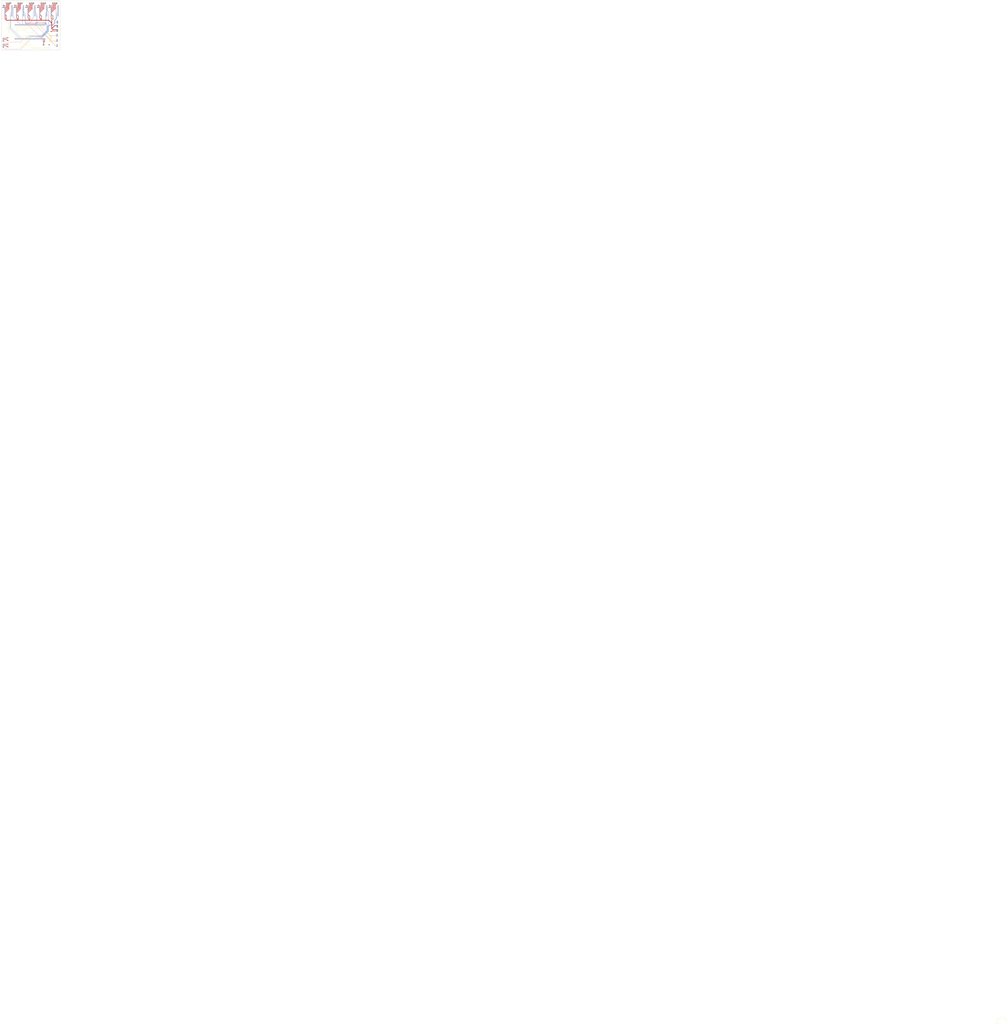
<source format=kicad_pcb>
(kicad_pcb (version 20241229) (generator "pcbnew") (generator_version "9.0")
  (layers (0 "F.Cu" signal) (4 "In1.Cu" signal) (6 "In2.Cu" signal) (2 "B.Cu" signal) (13 "F.Paste" user) (15 "B.Paste" user) (5 "F.SilkS" user "F.Silkscreen") (7 "B.SilkS" user "B.Silkscreen") (1 "F.Mask" user) (3 "B.Mask" user) (25 "Edge.Cuts" user))
  (net 0 "")
  (net 1 "Net-(A1-2B)")
  (net 2 "A1 STEP")
  (net 3 "Net-(A1-1A)")
  (net 4 "A1 MS3")
  (net 5 "+12V")
  (net 6 "A1 MS2")
  (net 7 "Net-(A1-~{RESET})")
  (net 8 "Net-(A1-2A)")
  (net 9 "A1 MS1")
  (net 10 "A1 DIR")
  (net 11 "Net-(A1-1B)")
  (net 12 "+5V")
  (net 13 "A2 STEP")
  (net 14 "G MS2")
  (net 15 "Net-(A2-1A)")
  (net 16 "Net-(A2-~{RESET})")
  (net 17 "A2 DIR")
  (net 18 "G MS3")
  (net 19 "Net-(A2-2A)")
  (net 20 "Net-(A2-1B)")
  (net 21 "Net-(A2-2B)")
  (net 22 "G MS1")
  (net 23 "A3 STEP")
  (net 24 "A3 DIR")
  (net 25 "Net-(A3-~{RESET})")
  (net 26 "A5 MS3")
  (net 27 "Net-(A3-1B)")
  (net 28 "Net-(A3-2A)")
  (net 29 "Net-(A3-1A)")
  (net 30 "Net-(A3-2B)")
  (net 31 "Net-(A4-~{RESET})")
  (net 32 "A4 STEP")
  (net 33 "Net-(A4-2A)")
  (net 34 "Net-(A4-1B)")
  (net 35 "Net-(A4-2B)")
  (net 36 "A4 DIR")
  (net 37 "Net-(A4-1A)")
  (net 38 "Net-(A5-2B)")
  (net 39 "A5 STEP")
  (net 40 "A5 MS1")
  (net 41 "Net-(A5-~{RESET})")
  (net 42 "A5 MS2")
  (net 43 "Net-(A5-1B)")
  (net 44 "Net-(A5-2A)")
  (net 45 "Net-(A5-1A)")
  (net 46 "A5 DIR")
  (net 47 "Servo 1 Signal")
  (net 48 "Servo 2 Signal")
  (net 59 "LS1 NC")
  (net 60 "LS2 NC")
  (net 61 "LS3 NC")
  (net 64 "Net-(D1-K)")
  (net 68 "GND")
  (footprint "Capacitor_THT:C_Disc_D3.0mm_W1.6mm_P2.50mm" (layer "F.Cu") (at 136.6 63.86 90)
    (property "Reference" "C5")
    (property "Value" "100nF")
  )
  (footprint "Capacitor_THT:C_Radial_D10.0mm_H16.0mm_P5.00mm" (layer "F.Cu") (at 182.75 102.75 -90)
    (property "Reference" "C13")
    (property "Value" "1000uF")
  )
  (footprint "MountingHole:MountingHole_2.2mm_M2" (layer "F.Cu") (at 177 55)
    (property "Reference" "REF**" (hide yes))
    (property "Value" "MountingHole_2.2mm_M2")
  )
  (footprint "Capacitor_THT:C_Radial_D5.0mm_H7.0mm_P2.00mm" (layer "F.Cu") (at 98.1 84.36)
    (property "Reference" "C10")
    (property "Value" "100uF")
  )
  (footprint "Connector_JST:JST_XH_B4B-XH-A_1x04_P2.50mm_Vertical" (layer "F.Cu") (at 170.9 56.1 180)
    (property "Reference" "J4")
    (property "Value" "JST XH 2.54 4Pin")
  )
  (footprint "Capacitor_THT:C_Radial_D5.0mm_H7.0mm_P2.00mm" (layer "F.Cu") (at 140.85 84.36)
    (property "Reference" "C6")
    (property "Value" "100uF")
  )
  (footprint "Connector_JST:JST_XH_B4B-XH-A_1x04_P2.50mm_Vertical" (layer "F.Cu") (at 107.8 56 180)
    (property "Reference" "J3")
    (property "Value" "JST XH 2.54 4Pin")
  )
  (footprint "Diode_THT:D_DO-41_SOD81_P10.16mm_Horizontal" (layer "F.Cu") (at 167.97 132.1)
    (property "Reference" "D1")
    (property "Value" "1N5819")
  )
  (footprint "TerminalBlock_Phoenix:TerminalBlock_Phoenix_MPT-0,5-2-2.54_1x02_P2.54mm_Horizontal" (layer "F.Cu") (at 192.96 91.86 90)
    (property "Reference" "J13")
    (property "Value" "5Vin")
  )
  (footprint "Capacitor_THT:C_Disc_D3.0mm_W1.6mm_P2.50mm" (layer "F.Cu") (at 94.85 63.86 90)
    (property "Reference" "C9")
    (property "Value" "100nF")
  )
  (footprint "TerminalBlock_Phoenix:TerminalBlock_Phoenix_MPT-0,5-2-2.54_1x02_P2.54mm_Horizontal" (layer "F.Cu") (at 192.96 99.45 90)
    (property "Reference" "J12")
    (property "Value" "12Vout")
  )
  (footprint "Module:Pololu_Breakout-16_15.2x20.3mm" (layer "F.Cu") (at 118.6 61.22)
    (property "Reference" "A2")
    (property "Value" "Breakout_A4988")
  )
  (footprint "Connector_JST:JST_XH_B2B-XH-A_1x02_P2.50mm_Vertical" (layer "F.Cu") (at 192.5 125.25 90)
    (property "Reference" "J10")
    (property "Value" "LS3")
  )
  (footprint "PCM_Espressif:ESP32-S3-DevKitC" (layer "F.Cu") (at 116.53 121.25 90)
    (property "Reference" "U1")
    (property "Value" "ESP32-S3-DevKitC")
  )
  (footprint "Capacitor_THT:C_Radial_D10.0mm_H16.0mm_P5.00mm" (layer "F.Cu") (at 102 124.25 90)
    (property "Reference" "C12")
    (property "Value" "1000uF")
  )
  (footprint "MountingHole:MountingHole_3.2mm_M3" (layer "F.Cu") (at 113 136)
    (property "Reference" "REF**" (hide yes))
    (property "Value" "MountingHole_3.2mm_M3")
  )
  (footprint "MountingHole:MountingHole_3.2mm_M3" (layer "F.Cu") (at 184 136)
    (property "Reference" "REF**" (hide yes))
    (property "Value" "MountingHole_3.2mm_M3")
  )
  (footprint "Capacitor_THT:C_Radial_D5.0mm_H7.0mm_P2.00mm" (layer "F.Cu") (at 119.85 84.36)
    (property "Reference" "C8")
    (property "Value" "100uF")
  )
  (footprint "SilkScreen Art 1" (layer "F.Cu") (at 134.412256 130.932082)
    (property "Reference" "G***" (hide yes))
    (property "Value" "LOGO" (hide yes))
  )
  (footprint "Module:Pololu_Breakout-16_15.2x20.3mm" (layer "F.Cu") (at 160.8 61.22)
    (property "Reference" "A4")
    (property "Value" "Breakout_A4988")
  )
  (footprint "Connector_JST:JST_XH_B4B-XH-A_1x04_P2.50mm_Vertical" (layer "F.Cu") (at 128.8 56 180)
    (property "Reference" "J1")
    (property "Value" "JST XH 2.54 4Pin")
  )
  (footprint "Connector_JST:JST_XH_B2B-XH-A_1x02_P2.50mm_Vertical" (layer "F.Cu") (at 192.45 115.75 90)
    (property "Reference" "J9")
    (property "Value" "LS2")
  )
  (footprint "MountingHole:MountingHole_2.2mm_M2" (layer "F.Cu") (at 114 55)
    (property "Reference" "REF**" (hide yes))
    (property "Value" "MountingHole_2.2mm_M2")
  )
  (footprint "Connector_PinHeader_2.54mm:PinHeader_1x03_P2.54mm_Vertical" (layer "F.Cu") (at 94.5 136.29 180)
    (property "Reference" "J7")
    (property "Value" "Servo 2")
  )
  (footprint "Connector_PinHeader_2.54mm:PinHeader_1x03_P2.54mm_Vertical" (layer "F.Cu") (at 94.5 125.29 180)
    (property "Reference" "J6")
    (property "Value" "Servo 1")
  )
  (footprint "Capacitor_THT:C_Disc_D3.0mm_W1.6mm_P2.50mm" (layer "F.Cu") (at 157.8 63.9 90)
    (property "Reference" "C3")
    (property "Value" "100nF")
  )
  (footprint "TerminalBlock_Phoenix:TerminalBlock_Phoenix_MPT-0,5-2-2.54_1x02_P2.54mm_Horizontal" (layer "F.Cu") (at 192.96 107.04 90)
    (property "Reference" "J11")
    (property "Value" "12Vin")
  )
  (footprint "Module:Pololu_Breakout-16_15.2x20.3mm" (layer "F.Cu") (at 97.65 61.22)
    (property "Reference" "A1")
    (property "Value" "Breakout_A4988")
  )
  (footprint "Capacitor_THT:C_Disc_D3.0mm_W1.6mm_P2.50mm" (layer "F.Cu") (at 178.75 63.86 90)
    (property "Reference" "C1")
    (property "Value" "100nF")
  )
  (footprint "Connector_JST:JST_XH_B4B-XH-A_1x04_P2.50mm_Vertical" (layer "F.Cu") (at 149.7 56 180)
    (property "Reference" "J2")
    (property "Value" "JST XH 2.54 4Pin")
  )
  (footprint "Capacitor_THT:C_Radial_D10.0mm_H16.0mm_P5.00mm" (layer "F.Cu") (at 102 135.75 90)
    (property "Reference" "C11")
    (property "Value" "1000uF")
  )
  (footprint "Connector_JST:JST_XH_B4B-XH-A_1x04_P2.50mm_Vertical" (layer "F.Cu") (at 191.9 56.1 180)
    (property "Reference" "J5")
    (property "Value" "JST XH 2.54 4Pin")
  )
  (footprint "Module:Pololu_Breakout-16_15.2x20.3mm" (layer "F.Cu") (at 181.75 61.22)
    (property "Reference" "A5")
    (property "Value" "Breakout_A4988")
  )
  (footprint "Connector_JST:JST_XH_B2B-XH-A_1x02_P2.50mm_Vertical" (layer "F.Cu") (at 192.5 134.75 90)
    (property "Reference" "J8")
    (property "Value" "LS1")
  )
  (footprint "SilkScreen Art 1" (layer "F.Cu") (at 1911.75 1907.5)
    (property "Reference" "G***" (hide yes))
    (property "Value" "LOGO" (hide yes))
  )
  (footprint "Capacitor_THT:C_Radial_D4.0mm_H7.0mm_P1.50mm" (layer "F.Cu") (at 167.9 125.9)
    (property "Reference" "C14")
    (property "Value" "47uF")
  )
  (footprint "Capacitor_THT:C_Disc_D3.0mm_W1.6mm_P2.50mm" (layer "F.Cu") (at 115.6 63.86 90)
    (property "Reference" "C7")
    (property "Value" "100nF")
  )
  (footprint "Module:Pololu_Breakout-16_15.2x20.3mm" (layer "F.Cu") (at 139.6 61.22)
    (property "Reference" "A3")
    (property "Value" "Breakout_A4988")
  )
  (footprint "SilkScreen Art Hackclub" (layer "F.Cu") (at 180.75 120.25 90)
    (property "Reference" "G***" (hide yes))
    (property "Value" "LOGO" (hide yes))
  )
  (footprint "MountingHole:MountingHole_3.2mm_M3" (layer "F.Cu") (at 98 101)
    (property "Reference" "REF**" (hide yes))
    (property "Value" "MountingHole_3.2mm_M3")
  )
  (footprint "Capacitor_THT:C_Radial_D5.0mm_H7.0mm_P2.00mm" (layer "F.Cu") (at 162.05 84.36)
    (property "Reference" "C4")
    (property "Value" "100uF")
  )
  (footprint "Capacitor_THT:C_Radial_D5.0mm_H7.0mm_P2.00mm" (layer "F.Cu") (at 183 84.36)
    (property "Reference" "C2")
    (property "Value" "100uF")
  )
  (gr_line (start 198 53.61) (end 198 139.5) (stroke (width 0.5)) (layer "Edge.Cuts"))
  (gr_arc (start 196 51.61) (mid 197.414214 52.195786) (end 198 53.61) (stroke (width 0.5)) (layer "Edge.Cuts"))
  (gr_line (start 91.5 139.5) (end 91.5 53.61) (stroke (width 0.5)) (layer "Edge.Cuts"))
  (gr_arc (start 93.5 141.5) (mid 92.085786 140.914214) (end 91.5 139.5) (stroke (width 0.5)) (layer "Edge.Cuts"))
  (gr_line (start 196 141.5) (end 93.5 141.5) (stroke (width 0.5)) (layer "Edge.Cuts"))
  (gr_arc (start 91.5 53.61) (mid 92.085786 52.195786) (end 93.5 51.61) (stroke (width 0.5)) (layer "Edge.Cuts"))
  (gr_line (start 93.5 51.61) (end 196 51.61) (stroke (width 0.5)) (layer "Edge.Cuts"))
  (gr_arc (start 198 139.5) (mid 197.414214 140.914214) (end 196 141.5) (stroke (width 0.5)) (layer "Edge.Cuts"))
  (gr_text "IF YOU ARE READING THIS\nYOU HAVE VOIDED YOUR\nWARRANTY" (at 102 101 270) (layer "F.SilkS") (effects (font (size 1 1) (thickness 0.2) (bold yes)) (justify bottom)))
  (gr_text "David Constantine 1/20/2026" (at 144 139 0) (layer "F.SilkS") (effects (font (size 1.8 1.5) (thickness 0.3) (bold yes)) (justify left bottom)))
  (gr_text "RA MK1" (at 131.662256 133.682082 0) (layer "F.SilkS") (effects (font (size 1.5 1.5) (thickness 0.3) (bold yes)) (justify left bottom)))
  (segment (start 97.65 73.92) (end 104.75 66.82) (width 0.8) (layer "F.Cu") (net 1))
  (segment (start 107.8 56.2) (end 107.8 56) (width 0.8) (layer "F.Cu") (net 1))
  (segment (start 104.75 66.82) (end 104.75 59.25) (width 0.8) (layer "F.Cu") (net 1))
  (segment (start 104.75 59.25) (end 107.8 56.2) (width 0.8) (layer "F.Cu") (net 1))
  (segment (start 110.35 63.76) (end 112.25 65.66) (width 0.2) (layer "B.Cu") (net 2))
  (segment (start 112.25 65.66) (end 112.25 82.25) (width 0.2) (layer "B.Cu") (net 2))
  (segment (start 112.25 82.25) (end 124.13 94.13) (width 0.2) (layer "B.Cu") (net 2))
  (segment (start 124.13 94.13) (end 124.13 96.25) (width 0.2) (layer "B.Cu") (net 2))
  (segment (start 97.65 68.84) (end 101.75 64.74) (width 0.8) (layer "F.Cu") (net 3))
  (segment (start 101.75 64.74) (end 101.75 58.25) (width 0.8) (layer "F.Cu") (net 3))
  (segment (start 101.75 58.25) (end 102.8 57.2) (width 0.8) (layer "F.Cu") (net 3))
  (segment (start 102.8 57.2) (end 102.8 56) (width 0.8) (layer "F.Cu") (net 3))
  (segment (start 107.25 104.35) (end 107.25 74.48) (width 0.2) (layer "B.Cu") (net 4))
  (segment (start 124.15 121.25) (end 107.25 104.35) (width 0.2) (layer "B.Cu") (net 4))
  (segment (start 107.25 74.48) (end 110.35 71.38) (width 0.2) (layer "B.Cu") (net 4))
  (segment (start 182.75 84.61) (end 183 84.36) (width 0.8) (layer "F.Cu") (net 5))
  (segment (start 140.85 84.36) (end 140.85 85.740628) (width 0.8) (layer "F.Cu") (net 5))
  (segment (start 182.75 88.75) (end 182.75 84.61) (width 0.8) (layer "F.Cu") (net 5))
  (segment (start 139.6 83.11) (end 140.85 84.36) (width 0.8) (layer "F.Cu") (net 5))
  (segment (start 162.05 85.765628) (end 163.784372 87.5) (width 0.8) (layer "F.Cu") (net 5))
  (segment (start 118.6 83.11) (end 119.85 84.36) (width 0.8) (layer "F.Cu") (net 5))
  (segment (start 119.85 85.715628) (end 121.634372 87.5) (width 0.8) (layer "F.Cu") (net 5))
  (segment (start 98.1 84.36) (end 98.1 85.615628) (width 0.8) (layer "F.Cu") (net 5))
  (segment (start 121.634372 87.5) (end 142.609372 87.5) (width 1.2) (layer "F.Cu") (net 5))
  (segment (start 181.75 79) (end 181.75 83.11) (width 0.8) (layer "F.Cu") (net 5))
  (segment (start 163.784372 87.5) (end 177.5 87.5) (width 1.2) (layer "F.Cu") (net 5))
  (segment (start 139.6 79) (end 139.6 83.11) (width 0.8) (layer "F.Cu") (net 5))
  (segment (start 182.75 102.75) (end 188.59 96.91) (width 1.2) (layer "F.Cu") (net 5))
  (segment (start 192.96 104.5) (end 184.5 104.5) (width 1.2) (layer "F.Cu") (net 5))
  (segment (start 162.05 84.36) (end 162.05 85.765628) (width 0.8) (layer "F.Cu") (net 5))
  (segment (start 184.5 104.5) (end 182.75 102.75) (width 1.2) (layer "F.Cu") (net 5))
  (segment (start 99.984372 87.5) (end 121.634372 87.5) (width 1.2) (layer "F.Cu") (net 5))
  (segment (start 119.85 84.36) (end 119.85 85.715628) (width 0.8) (layer "F.Cu") (net 5))
  (segment (start 97.65 83.91) (end 98.1 84.36) (width 0.8) (layer "F.Cu") (net 5))
  (segment (start 98.1 85.615628) (end 99.984372 87.5) (width 0.8) (layer "F.Cu") (net 5))
  (segment (start 97.65 79) (end 97.65 83.91) (width 0.8) (layer "F.Cu") (net 5))
  (segment (start 188.59 96.91) (end 192.96 96.91) (width 1.2) (layer "F.Cu") (net 5))
  (segment (start 182.75 102.75) (end 182.75 88.75) (width 1.2) (layer "F.Cu") (net 5))
  (segment (start 160.8 83.11) (end 162.05 84.36) (width 0.8) (layer "F.Cu") (net 5))
  (segment (start 140.85 85.740628) (end 142.609372 87.5) (width 0.8) (layer "F.Cu") (net 5))
  (segment (start 177.5 87.5) (end 182.75 92.75) (width 1.2) (layer "F.Cu") (net 5))
  (segment (start 160.8 79) (end 160.8 83.11) (width 0.8) (layer "F.Cu") (net 5))
  (segment (start 142.609372 87.5) (end 163.784372 87.5) (width 1.2) (layer "F.Cu") (net 5))
  (segment (start 181.75 83.11) (end 183 84.36) (width 0.8) (layer "F.Cu") (net 5))
  (segment (start 118.6 79) (end 118.6 83.11) (width 0.8) (layer "F.Cu") (net 5))
  (segment (start 107.75 76.52) (end 110.35 73.92) (width 0.2) (layer "B.Cu") (net 6))
  (segment (start 126.69 121.25) (end 107.75 102.31) (width 0.2) (layer "B.Cu") (net 6))
  (segment (start 107.75 102.31) (end 107.75 76.52) (width 0.2) (layer "B.Cu") (net 6))
  (segment (start 110.35 66.3) (end 110.35 68.84) (width 0.2) (layer "B.Cu") (net 7))
  (segment (start 103.25 65.78) (end 103.25 59) (width 0.8) (layer "F.Cu") (net 8))
  (segment (start 105.3 56.95) (end 105.3 56) (width 0.8) (layer "F.Cu") (net 8))
  (segment (start 97.65 71.38) (end 103.25 65.78) (width 0.8) (layer "F.Cu") (net 8))
  (segment (start 103.25 59) (end 105.3 56.95) (width 0.8) (layer "F.Cu") (net 8))
  (segment (start 108.25 78.56) (end 110.35 76.46) (width 0.2) (layer "B.Cu") (net 9))
  (segment (start 129.23 121.25) (end 108.25 100.27) (width 0.2) (layer "B.Cu") (net 9))
  (segment (start 108.25 100.27) (end 108.25 78.56) (width 0.2) (layer "B.Cu") (net 9))
  (segment (start 112.25 63.12) (end 112.25 64.25) (width 0.2) (layer "B.Cu") (net 10))
  (segment (start 112.25 64.25) (end 113.25 65.25) (width 0.2) (layer "B.Cu") (net 10))
  (segment (start 110.35 61.22) (end 112.25 63.12) (width 0.2) (layer "B.Cu") (net 10))
  (segment (start 113.25 65.25) (end 113.25 81.75) (width 0.2) (layer "B.Cu") (net 10))
  (segment (start 113.25 81.75) (end 126.67 95.17) (width 0.2) (layer "B.Cu") (net 10))
  (segment (start 126.67 95.17) (end 126.67 96.25) (width 0.2) (layer "B.Cu") (net 10))
  (segment (start 100.3 63.65) (end 100.3 56) (width 0.8) (layer "F.Cu") (net 11))
  (segment (start 97.65 66.3) (end 100.3 63.65) (width 0.8) (layer "F.Cu") (net 11))
  (segment (start 136.7 63.76) (end 136.6 63.86) (width 0.8) (layer "F.Cu") (net 12))
  (segment (start 94.5 122.75) (end 100.75 122.75) (width 0.8) (layer "F.Cu") (net 12))
  (segment (start 136.6 63.86) (end 134.52 63.86) (width 0.8) (layer "F.Cu") (net 12))
  (segment (start 94.85 63.86) (end 93.16 63.86) (width 0.8) (layer "F.Cu") (net 12))
  (segment (start 139.6 63.76) (end 136.7 63.76) (width 0.8) (layer "F.Cu") (net 12))
  (segment (start 94.5 133.75) (end 99.75 133.75) (width 0.8) (layer "F.Cu") (net 12))
  (segment (start 99.75 133.75) (end 101.75 135.75) (width 0.8) (layer "F.Cu") (net 12))
  (segment (start 157.94 63.76) (end 157.8 63.9) (width 0.8) (layer "F.Cu") (net 12))
  (segment (start 115.7 63.76) (end 115.6 63.86) (width 0.8) (layer "F.Cu") (net 12))
  (segment (start 93.16 63.86) (end 93.15 63.85) (width 0.8) (layer "F.Cu") (net 12))
  (segment (start 181.75 63.76) (end 178.85 63.76) (width 0.8) (layer "F.Cu") (net 12))
  (segment (start 94.95 63.76) (end 94.85 63.86) (width 0.8) (layer "F.Cu") (net 12))
  (segment (start 160.8 63.76) (end 157.94 63.76) (width 0.8) (layer "F.Cu") (net 12))
  (segment (start 115.6 63.86) (end 113.54 63.86) (width 0.8) (layer "F.Cu") (net 12))
  (segment (start 100.75 122.75) (end 102 124) (width 0.8) (layer "F.Cu") (net 12))
  (segment (start 101.75 135.75) (end 102 135.75) (width 0.2) (layer "F.Cu") (net 12))
  (segment (start 102 135.75) (end 103.8 135.75) (width 0.8) (layer "F.Cu") (net 12))
  (segment (start 157.8 63.9) (end 155.83 63.9) (width 0.8) (layer "F.Cu") (net 12))
  (segment (start 97.65 63.76) (end 94.95 63.76) (width 0.8) (layer "F.Cu") (net 12))
  (segment (start 178.85 63.76) (end 178.75 63.86) (width 0.8) (layer "F.Cu") (net 12))
  (segment (start 118.6 63.76) (end 115.7 63.76) (width 0.8) (layer "F.Cu") (net 12))
  (segment (start 102 124) (end 102 124.25) (width 0.8) (layer "F.Cu") (net 12))
  (segment (start 178.75 63.86) (end 176.82 63.86) (width 0.8) (layer "F.Cu") (net 12))
  (segment (start 102 124.25) (end 103.8 124.25) (width 0.8) (layer "F.Cu") (net 12))
  (via (at 134.52 63.86) (size 0.6) (drill 0.3) (layers "F.Cu" "B.Cu") (net 12))
  (via (at 113.54 63.86) (size 0.6) (drill 0.3) (layers "F.Cu" "B.Cu") (net 12))
  (via (at 103.8 124.25) (size 0.6) (drill 0.3) (layers "F.Cu" "B.Cu") (net 12))
  (via (at 155.83 63.9) (size 0.6) (drill 0.3) (layers "F.Cu" "B.Cu") (net 12))
  (via (at 176.82 63.86) (size 0.6) (drill 0.3) (layers "F.Cu" "B.Cu") (net 12))
  (via (at 93.15 63.85) (size 0.6) (drill 0.3) (layers "F.Cu" "B.Cu") (net 12))
  (via (at 103.8 135.75) (size 0.6) (drill 0.3) (layers "F.Cu" "B.Cu") (net 12))
  (segment (start 129.75 93.73) (end 131.77 95.75) (width 0.2) (layer "B.Cu") (net 13))
  (segment (start 129.75 65.31) (end 129.75 93.73) (width 0.2) (layer "B.Cu") (net 13))
  (segment (start 131.3 63.76) (end 129.75 65.31) (width 0.2) (layer "B.Cu") (net 13))
  (segment (start 157.15147 92.5) (end 166.5 92.5) (width 0.2) (layer "F.Cu") (net 14))
  (segment (start 155.950735 91.299265) (end 157.15147 92.5) (width 0.2) (layer "F.Cu") (net 14))
  (segment (start 170.848 93.249473) (end 170.848 93.348) (width 0.2) (layer "F.Cu") (net 14))
  (segment (start 171.75 94.25) (end 172.25 94.25) (width 0.2) (layer "F.Cu") (net 14))
  (segment (start 136.199997 93.25) (end 156.40147 93.25) (width 0.2) (layer "F.Cu") (net 14))
  (segment (start 166.5 92.5) (end 167.75 91.25) (width 0.2) (layer "F.Cu") (net 14))
  (segment (start 170.848 93.348) (end 171.75 94.25) (width 0.2) (layer "F.Cu") (net 14))
  (segment (start 167.75 91.25) (end 169.25 91.25) (width 0.2) (layer "F.Cu") (net 14))
  (segment (start 135.75 92.800003) (end 136.199997 93.25) (width 0.2) (layer "F.Cu") (net 14))
  (segment (start 156.40147 93.25) (end 157.15147 92.5) (width 0.2) (layer "F.Cu") (net 14))
  (via (at 169.25 91.25) (size 0.6) (drill 0.3) (layers "F.Cu" "B.Cu") (net 14))
  (via (at 172.25 94.25) (size 0.6) (drill 0.3) (layers "F.Cu" "B.Cu") (net 14))
  (via (at 170.848 93.249473) (size 0.6) (drill 0.3) (layers "F.Cu" "B.Cu") (net 14))
  (via (at 135.75 92.800003) (size 0.6) (drill 0.3) (layers "F.Cu" "B.Cu") (net 14))
  (via (at 155.950735 91.299265) (size 0.6) (drill 0.3) (layers "F.Cu" "B.Cu") (net 14))
  (segment (start 134.349 76.969) (end 134.349 78.099) (width 0.2) (layer "B.Cu") (net 14))
  (segment (start 174.00425 96.00425) (end 174.00425 106.20895) (width 0.2) (layer "B.Cu") (net 14))
  (segment (start 134.349 78.099) (end 134.349 91.448943) (width 0.2) (layer "B.Cu") (net 14))
  (segment (start 155.599 90.94753) (end 155.950735 91.299265) (width 0.2) (layer "B.Cu") (net 14))
  (segment (start 173.5 73.92) (end 172 75.42) (width 0.2) (layer "B.Cu") (net 14))
  (segment (start 170.848 92.848) (end 170.848 93.249473) (width 0.2) (layer "B.Cu") (net 14))
  (segment (start 171.849 93.849) (end 172.25 94.25) (width 0.2) (layer "B.Cu") (net 14))
  (segment (start 135.70006 92.800003) (end 135.75 92.800003) (width 0.2) (layer "B.Cu") (net 14))
  (segment (start 155.599 77.099) (end 155.599 90.94753) (width 0.2) (layer "B.Cu") (net 14))
  (segment (start 172.25 94.25) (end 174.00425 96.00425) (width 0.2) (layer "B.Cu") (net 14))
  (segment (start 131.3 73.92) (end 134.349 76.969) (width 0.2) (layer "B.Cu") (net 14))
  (segment (start 152.3 73.92) (end 152.42 73.92) (width 0.2) (layer "B.Cu") (net 14))
  (segment (start 152.42 73.92) (end 155.599 77.099) (width 0.2) (layer "B.Cu") (net 14))
  (segment (start 172 77.3929) (end 171.849 77.5439) (width 0.2) (layer "B.Cu") (net 14))
  (segment (start 174.00425 106.20895) (end 164.1142 116.099) (width 0.2) (layer "B.Cu") (net 14))
  (segment (start 164.1142 116.099) (end 142.001 116.099) (width 0.2) (layer "B.Cu") (net 14))
  (segment (start 172 75.42) (end 172 77.3929) (width 0.2) (layer "B.Cu") (net 14))
  (segment (start 171.849 77.5439) (end 171.849 93.849) (width 0.2) (layer "B.Cu") (net 14))
  (segment (start 134.349 91.448943) (end 135.70006 92.800003) (width 0.2) (layer "B.Cu") (net 14))
  (segment (start 142.001 116.099) (end 136.85 121.25) (width 0.2) (layer "B.Cu") (net 14))
  (segment (start 169.25 91.25) (end 170.848 92.848) (width 0.2) (layer "B.Cu") (net 14))
  (segment (start 123.8 57.2) (end 122.75 58.25) (width 0.8) (layer "F.Cu") (net 15))
  (segment (start 122.75 64.69) (end 118.6 68.84) (width 0.8) (layer "F.Cu") (net 15))
  (segment (start 123.8 56) (end 123.8 57.2) (width 0.8) (layer "F.Cu") (net 15))
  (segment (start 122.75 58.25) (end 122.75 64.69) (width 0.8) (layer "F.Cu") (net 15))
  (segment (start 131.3 66.3) (end 131.3 68.84) (width 0.2) (layer "B.Cu") (net 16))
  (segment (start 129.23 63.29) (end 129.23 95.75) (width 0.2) (layer "B.Cu") (net 17))
  (segment (start 131.3 61.22) (end 129.23 63.29) (width 0.2) (layer "B.Cu") (net 17))
  (segment (start 135.75 92) (end 153.5 92) (width 0.2) (layer "F.Cu") (net 18))
  (via (at 135.75 92) (size 0.6) (drill 0.3) (layers "F.Cu" "B.Cu") (net 18))
  (via (at 153.5 92) (size 0.6) (drill 0.3) (layers "F.Cu" "B.Cu") (net 18))
  (segment (start 171.5 73.38) (end 171.5 77.3258) (width 0.2) (layer "B.Cu") (net 18))
  (segment (start 134.75 91) (end 135.75 92) (width 0.2) (layer "B.Cu") (net 18))
  (segment (start 168.75 92) (end 171.448 94.698) (width 0.2) (layer "B.Cu") (net 18))
  (segment (start 171.448 94.698) (end 173.60325 96.85325) (width 0.2) (layer "B.Cu") (net 18))
  (segment (start 171.448 77.3778) (end 171.448 94.698) (width 0.2) (layer "B.Cu") (net 18))
  (segment (start 156 90.5) (end 157.5 92) (width 0.2) (layer "B.Cu") (net 18))
  (segment (start 153.5 92) (end 157.5 92) (width 0.2) (layer "B.Cu") (net 18))
  (segment (start 134.75 90.5) (end 134.75 91) (width 0.2) (layer "B.Cu") (net 18))
  (segment (start 171.5 77.3258) (end 171.448 77.3778) (width 0.2) (layer "B.Cu") (net 18))
  (segment (start 156 75.08) (end 156 90.5) (width 0.2) (layer "B.Cu") (net 18))
  (segment (start 157.5 92) (end 168.75 92) (width 0.2) (layer "B.Cu") (net 18))
  (segment (start 163.9481 115.698) (end 139.862 115.698) (width 0.2) (layer "B.Cu") (net 18))
  (segment (start 139.862 115.698) (end 134.31 121.25) (width 0.2) (layer "B.Cu") (net 18))
  (segment (start 173.5 71.38) (end 171.5 73.38) (width 0.2) (layer "B.Cu") (net 18))
  (segment (start 173.60325 106.04285) (end 163.9481 115.698) (width 0.2) (layer "B.Cu") (net 18))
  (segment (start 152.3 71.38) (end 156 75.08) (width 0.2) (layer "B.Cu") (net 18))
  (segment (start 173.60325 96.85325) (end 173.60325 106.04285) (width 0.2) (layer "B.Cu") (net 18))
  (segment (start 131.3 71.38) (end 134.75 74.83) (width 0.2) (layer "B.Cu") (net 18))
  (segment (start 134.75 74.83) (end 134.75 90.5) (width 0.2) (layer "B.Cu") (net 18))
  (segment (start 126.3 56.95) (end 126.3 56) (width 0.8) (layer "F.Cu") (net 19))
  (segment (start 124.25 65.73) (end 124.25 59) (width 0.8) (layer "F.Cu") (net 19))
  (segment (start 118.6 71.38) (end 124.25 65.73) (width 0.8) (layer "F.Cu") (net 19))
  (segment (start 124.25 59) (end 126.3 56.95) (width 0.8) (layer "F.Cu") (net 19))
  (segment (start 121.3 63.6) (end 121.3 56) (width 0.8) (layer "F.Cu") (net 20))
  (segment (start 118.6 66.3) (end 121.3 63.6) (width 0.8) (layer "F.Cu") (net 20))
  (segment (start 125.75 66.77) (end 125.75 59.25) (width 0.8) (layer "F.Cu") (net 21))
  (segment (start 125.75 59.25) (end 128.8 56.2) (width 0.8) (layer "F.Cu") (net 21))
  (segment (start 128.8 56.2) (end 128.8 56) (width 0.8) (layer "F.Cu") (net 21))
  (segment (start 118.6 73.92) (end 125.75 66.77) (width 0.8) (layer "F.Cu") (net 21))
  (segment (start 136 94) (end 153.75 94) (width 0.2) (layer "F.Cu") (net 22))
  (segment (start 134.75 92.75) (end 136 94) (width 0.2) (layer "F.Cu") (net 22))
  (segment (start 153.75 94) (end 154.25 94) (width 0.2) (layer "F.Cu") (net 22))
  (segment (start 170.0171 93.2) (end 167.8 93.2) (width 0.2) (layer "F.Cu") (net 22))
  (segment (start 170.9671 92.25) (end 170.0171 93.2) (width 0.2) (layer "F.Cu") (net 22))
  (segment (start 171.5 92.25) (end 170.9671 92.25) (width 0.2) (layer "F.Cu") (net 22))
  (segment (start 173.25 94) (end 171.5 92.25) (width 0.2) (layer "F.Cu") (net 22))
  (segment (start 154.75 91.25) (end 154.75 92.65) (width 0.2) (layer "F.Cu") (net 22))
  (via (at 154.75 91.25) (size 0.6) (drill 0.3) (layers "F.Cu" "B.Cu") (net 22))
  (via (at 154.75 92.65) (size 0.6) (drill 0.3) (layers "F.Cu" "B.Cu") (net 22))
  (via (at 134.75 92.75) (size 0.6) (drill 0.3) (layers "F.Cu" "B.Cu") (net 22))
  (via (at 167.8 93.2) (size 0.6) (drill 0.3) (layers "F.Cu" "B.Cu") (net 22))
  (via (at 154.25 94) (size 0.6) (drill 0.3) (layers "F.Cu" "B.Cu") (net 22))
  (via (at 173.25 94) (size 0.6) (drill 0.3) (layers "F.Cu" "B.Cu") (net 22))
  (segment (start 172.25 77.71) (end 172.25 93) (width 0.2) (layer "B.Cu") (net 22))
  (segment (start 131.3 76.46) (end 133.948 79.108) (width 0.2) (layer "B.Cu") (net 22))
  (segment (start 167.8 93.2) (end 157.05 93.2) (width 0.2) (layer "B.Cu") (net 22))
  (segment (start 156.25 94) (end 155.25 94) (width 0.2) (layer "B.Cu") (net 22))
  (segment (start 133.948 79.108) (end 133.948 82) (width 0.2) (layer "B.Cu") (net 22))
  (segment (start 154.25 94) (end 155.25 94) (width 0.2) (layer "B.Cu") (net 22))
  (segment (start 161.203 116.5) (end 144.14 116.5) (width 0.2) (layer "B.Cu") (net 22))
  (segment (start 144.14 116.5) (end 139.39 121.25) (width 0.2) (layer "B.Cu") (net 22))
  (segment (start 161.25 116.547) (end 161.203 116.5) (width 0.2) (layer "B.Cu") (net 22))
  (segment (start 174.40525 95.15525) (end 174.40525 106.37505) (width 0.2) (layer "B.Cu") (net 22))
  (segment (start 154.75 91) (end 155.198 90.552) (width 0.2) (layer "B.Cu") (net 22))
  (segment (start 155.198 90.552) (end 155.198 79.358) (width 0.2) (layer "B.Cu") (net 22))
  (segment (start 133.948 82) (end 133.948 91.948) (width 0.2) (layer "B.Cu") (net 22))
  (segment (start 174.40525 106.37505) (end 164.2333 116.547) (width 0.2) (layer "B.Cu") (net 22))
  (segment (start 154.75 91.25) (end 154.75 91) (width 0.2) (layer "B.Cu") (net 22))
  (segment (start 154.75 92.65) (end 154.75 93.5) (width 0.2) (layer "B.Cu") (net 22))
  (segment (start 154.75 93.5) (end 155.25 94) (width 0.2) (layer "B.Cu") (net 22))
  (segment (start 157.05 93.2) (end 156.25 94) (width 0.2) (layer "B.Cu") (net 22))
  (segment (start 155.198 79.358) (end 152.3 76.46) (width 0.2) (layer "B.Cu") (net 22))
  (segment (start 173.5 76.46) (end 172.25 77.71) (width 0.2) (layer "B.Cu") (net 22))
  (segment (start 172.25 93) (end 174.40525 95.15525) (width 0.2) (layer "B.Cu") (net 22))
  (segment (start 164.2333 116.547) (end 161.25 116.547) (width 0.2) (layer "B.Cu") (net 22))
  (segment (start 133.948 91.948) (end 134.75 92.75) (width 0.2) (layer "B.Cu") (net 22))
  (segment (start 146.5 89) (end 143 92.5) (width 0.2) (layer "B.Cu") (net 23))
  (segment (start 140.1 92.5) (end 136.85 95.75) (width 0.2) (layer "B.Cu") (net 23))
  (segment (start 152.3 63.76) (end 149.5 66.56) (width 0.2) (layer "B.Cu") (net 23))
  (segment (start 143 92.5) (end 140.1 92.5) (width 0.2) (layer "B.Cu") (net 23))
  (segment (start 146.5 85.75) (end 146.5 89) (width 0.2) (layer "B.Cu") (net 23))
  (segment (start 149.5 66.56) (end 149.5 82.75) (width 0.2) (layer "B.Cu") (net 23))
  (segment (start 149.5 82.75) (end 146.5 85.75) (width 0.2) (layer "B.Cu") (net 23))
  (segment (start 146 85.5) (end 146 88.9329) (width 0.2) (layer "B.Cu") (net 24))
  (segment (start 149 82.5) (end 146 85.5) (width 0.2) (layer "B.Cu") (net 24))
  (segment (start 142.9329 92) (end 138.06 92) (width 0.2) (layer "B.Cu") (net 24))
  (segment (start 152.3 61.22) (end 149 64.52) (width 0.2) (layer "B.Cu") (net 24))
  (segment (start 138.06 92) (end 134.31 95.75) (width 0.2) (layer "B.Cu") (net 24))
  (segment (start 146 88.9329) (end 142.9329 92) (width 0.2) (layer "B.Cu") (net 24))
  (segment (start 149 64.52) (end 149 82.5) (width 0.2) (layer "B.Cu") (net 24))
  (segment (start 152.3 66.3) (end 152.3 68.84) (width 0.2) (layer "B.Cu") (net 25))
  (segment (start 188.198 87.1678) (end 188.198 92.6678) (width 0.2) (layer "B.Cu") (net 26))
  (segment (start 176.448 98.9178) (end 176.448 107.1678) (width 0.2) (layer "B.Cu") (net 26))
  (segment (start 194.45 71.38) (end 191.4329 74.3971) (width 0.2) (layer "B.Cu") (net 26))
  (segment (start 191.4329 74.3971) (end 191.4329 83.9329) (width 0.2) (layer "B.Cu") (net 26))
  (segment (start 164.8658 118.75) (end 162.21 118.75) (width 0.2) (layer "B.Cu") (net 26))
  (segment (start 176.448 107.1678) (end 164.8658 118.75) (width 0.2) (layer "B.Cu") (net 26))
  (segment (start 162.21 118.75) (end 159.71 121.25) (width 0.2) (layer "B.Cu") (net 26))
  (segment (start 179.1678 96.198) (end 176.448 98.9178) (width 0.2) (layer "B.Cu") (net 26))
  (segment (start 188.198 92.6678) (end 184.6678 96.198) (width 0.2) (layer "B.Cu") (net 26))
  (segment (start 184.6678 96.198) (end 179.1678 96.198) (width 0.2) (layer "B.Cu") (net 26))
  (segment (start 191.4329 83.9329) (end 188.198 87.1678) (width 0.2) (layer "B.Cu") (net 26))
  (segment (start 139.6 66.3) (end 142.2 63.7) (width 0.8) (layer "F.Cu") (net 27))
  (segment (start 142.2 63.7) (end 142.2 56) (width 0.8) (layer "F.Cu") (net 27))
  (segment (start 145.5 65.48) (end 145.5 59) (width 0.8) (layer "F.Cu") (net 28))
  (segment (start 145.5 59) (end 147.2 57.3) (width 0.8) (layer "F.Cu") (net 28))
  (segment (start 139.6 71.38) (end 145.5 65.48) (width 0.8) (layer "F.Cu") (net 28))
  (segment (start 147.2 57.3) (end 147.2 56) (width 0.8) (layer "F.Cu") (net 28))
  (segment (start 143.75 58.5) (end 144.7 57.55) (width 0.8) (layer "F.Cu") (net 29))
  (segment (start 143.75 64.69) (end 143.75 58.5) (width 0.8) (layer "F.Cu") (net 29))
  (segment (start 139.6 68.84) (end 143.75 64.69) (width 0.8) (layer "F.Cu") (net 29))
  (segment (start 144.7 57.55) (end 144.7 56) (width 0.8) (layer "F.Cu") (net 29))
  (segment (start 139.6 73.92) (end 147 66.52) (width 0.8) (layer "F.Cu") (net 30))
  (segment (start 147 59.5) (end 149.7 56.8) (width 0.8) (layer "F.Cu") (net 30))
  (segment (start 149.7 56.8) (end 149.7 56) (width 0.8) (layer "F.Cu") (net 30))
  (segment (start 147 66.52) (end 147 59.5) (width 0.8) (layer "F.Cu") (net 30))
  (segment (start 173.5 66.3) (end 173.5 68.84) (width 0.2) (layer "B.Cu") (net 31))
  (segment (start 175 70.1661) (end 176.599 71.7651) (width 0.2) (layer "B.Cu") (net 32))
  (segment (start 176.599 96.4984) (end 174.80625 98.29115) (width 0.2) (layer "B.Cu") (net 32))
  (segment (start 164.3994 116.948) (end 145.052 116.948) (width 0.2) (layer "B.Cu") (net 32))
  (segment (start 173.5 63.76) (end 175 65.26) (width 0.2) (layer "B.Cu") (net 32))
  (segment (start 175 65.26) (end 175 70.1661) (width 0.2) (layer "B.Cu") (net 32))
  (segment (start 141.93 120.07) (end 141.93 121.25) (width 0.2) (layer "B.Cu") (net 32))
  (segment (start 145.052 116.948) (end 141.93 120.07) (width 0.2) (layer "B.Cu") (net 32))
  (segment (start 174.80625 98.29115) (end 174.80625 106.54115) (width 0.2) (layer "B.Cu") (net 32))
  (segment (start 176.599 71.7651) (end 176.599 96.4984) (width 0.2) (layer "B.Cu") (net 32))
  (segment (start 174.80625 106.54115) (end 164.3994 116.948) (width 0.2) (layer "B.Cu") (net 32))
  (segment (start 160.8 71.38) (end 166.75 65.43) (width 0.8) (layer "F.Cu") (net 33))
  (segment (start 168.4 57.35) (end 168.4 56.1) (width 0.8) (layer "F.Cu") (net 33))
  (segment (start 166.75 59) (end 168.4 57.35) (width 0.8) (layer "F.Cu") (net 33))
  (segment (start 166.75 65.43) (end 166.75 59) (width 0.8) (layer "F.Cu") (net 33))
  (segment (start 163.4 63.7) (end 163.4 56.1) (width 0.8) (layer "F.Cu") (net 34))
  (segment (start 160.8 66.3) (end 163.4 63.7) (width 0.8) (layer "F.Cu") (net 34))
  (segment (start 160.8 73.92) (end 168.5 66.22) (width 0.8) (layer "F.Cu") (net 35))
  (segment (start 168.5 66.22) (end 168.5 59.5) (width 0.8) (layer "F.Cu") (net 35))
  (segment (start 168.5 59.5) (end 170.9 57.1) (width 0.8) (layer "F.Cu") (net 35))
  (segment (start 170.9 57.1) (end 170.9 56.1) (width 0.8) (layer "F.Cu") (net 35))
  (segment (start 175.401 63.121) (end 175.401 70) (width 0.2) (layer "B.Cu") (net 36))
  (segment (start 164.5655 117.349) (end 155.991 117.349) (width 0.2) (layer "B.Cu") (net 36))
  (segment (start 177 71.599) (end 177 96.6645) (width 0.2) (layer "B.Cu") (net 36))
  (segment (start 175.20725 106.70725) (end 164.5655 117.349) (width 0.2) (layer "B.Cu") (net 36))
  (segment (start 155.991 117.349) (end 152.09 121.25) (width 0.2) (layer "B.Cu") (net 36))
  (segment (start 173.5 61.22) (end 175.401 63.121) (width 0.2) (layer "B.Cu") (net 36))
  (segment (start 177 96.6645) (end 175.20725 98.45725) (width 0.2) (layer "B.Cu") (net 36))
  (segment (start 175.20725 98.45725) (end 175.20725 106.70725) (width 0.2) (layer "B.Cu") (net 36))
  (segment (start 175.401 70) (end 177 71.599) (width 0.2) (layer "B.Cu") (net 36))
  (segment (start 165 58.5) (end 165.9 57.6) (width 0.8) (layer "F.Cu") (net 37))
  (segment (start 165 64.64) (end 165 58.5) (width 0.8) (layer "F.Cu") (net 37))
  (segment (start 160.8 68.84) (end 165 64.64) (width 0.8) (layer "F.Cu") (net 37))
  (segment (start 165.9 57.6) (end 165.9 56.1) (width 0.8) (layer "F.Cu") (net 37))
  (segment (start 181.75 73.92) (end 189.5 66.17) (width 0.8) (layer "F.Cu") (net 38))
  (segment (start 189.5 66.17) (end 189.5 59.5) (width 0.8) (layer "F.Cu") (net 38))
  (segment (start 191.9 57.1) (end 191.9 56.1) (width 0.8) (layer "F.Cu") (net 38))
  (segment (start 189.5 59.5) (end 191.9 57.1) (width 0.8) (layer "F.Cu") (net 38))
  (segment (start 184.5 95.797) (end 179.0017 95.797) (width 0.2) (layer "B.Cu") (net 39))
  (segment (start 176.047 98.7517) (end 176.047 107.0017) (width 0.2) (layer "B.Cu") (net 39))
  (segment (start 179.0017 95.797) (end 176.047 98.7517) (width 0.2) (layer "B.Cu") (net 39))
  (segment (start 191 67.21) (end 191 83.7987) (width 0.2) (layer "B.Cu") (net 39))
  (segment (start 191 83.7987) (end 187.797 87.0017) (width 0.2) (layer "B.Cu") (net 39))
  (segment (start 164.7987 118.25) (end 160.17 118.25) (width 0.2) (layer "B.Cu") (net 39))
  (segment (start 187.797 87.0017) (end 187.797 92.5) (width 0.2) (layer "B.Cu") (net 39))
  (segment (start 187.797 92.5) (end 184.5 95.797) (width 0.2) (layer "B.Cu") (net 39))
  (segment (start 160.17 118.25) (end 157.17 121.25) (width 0.2) (layer "B.Cu") (net 39))
  (segment (start 194.45 63.76) (end 191 67.21) (width 0.2) (layer "B.Cu") (net 39))
  (segment (start 176.047 107.0017) (end 164.7987 118.25) (width 0.2) (layer "B.Cu") (net 39))
  (segment (start 177.25 107.5) (end 164.78728 119.96272) (width 0.2) (layer "B.Cu") (net 40))
  (segment (start 194.45 76.46) (end 192.25 78.66) (width 0.2) (layer "B.Cu") (net 40))
  (segment (start 185 97) (end 179.5 97) (width 0.2) (layer "B.Cu") (net 40))
  (segment (start 179.5 97) (end 177.25 99.25) (width 0.2) (layer "B.Cu") (net 40))
  (segment (start 192.25 84.25) (end 189 87.5) (width 0.2) (layer "B.Cu") (net 40))
  (segment (start 192.25 78.66) (end 192.25 84.25) (width 0.2) (layer "B.Cu") (net 40))
  (segment (start 189 87.5) (end 189 93) (width 0.2) (layer "B.Cu") (net 40))
  (segment (start 189 93) (end 185 97) (width 0.2) (layer "B.Cu") (net 40))
  (segment (start 164.78728 119.96272) (end 164.78728 121.25368) (width 0.2) (layer "B.Cu") (net 40))
  (segment (start 177.25 99.25) (end 177.25 107.5) (width 0.2) (layer "B.Cu") (net 40))
  (segment (start 194.45 66.3) (end 194.45 68.84) (width 0.2) (layer "B.Cu") (net 41))
  (segment (start 179.3339 96.599) (end 176.849 99.0839) (width 0.2) (layer "B.Cu") (net 42))
  (segment (start 184.8339 96.599) (end 179.3339 96.599) (width 0.2) (layer "B.Cu") (net 42))
  (segment (start 164.25 119.25) (end 162.25 121.25) (width 0.2) (layer "B.Cu") (net 42))
  (segment (start 191.84145 84.09145) (end 188.599 87.3339) (width 0.2) (layer "B.Cu") (net 42))
  (segment (start 188.599 87.3339) (end 188.599 92.8339) (width 0.2) (layer "B.Cu") (net 42))
  (segment (start 188.599 92.8339) (end 184.8339 96.599) (width 0.2) (layer "B.Cu") (net 42))
  (segment (start 176.849 99.0839) (end 176.849 107.3339) (width 0.2) (layer "B.Cu") (net 42))
  (segment (start 191.84145 76.52855) (end 191.84145 84.09145) (width 0.2) (layer "B.Cu") (net 42))
  (segment (start 176.849 107.3339) (end 164.9329 119.25) (width 0.2) (layer "B.Cu") (net 42))
  (segment (start 164.9329 119.25) (end 164.25 119.25) (width 0.2) (layer "B.Cu") (net 42))
  (segment (start 194.45 73.92) (end 191.84145 76.52855) (width 0.2) (layer "B.Cu") (net 42))
  (segment (start 181.75 66.3) (end 184.4 63.65) (width 0.8) (layer "F.Cu") (net 43))
  (segment (start 184.4 63.65) (end 184.4 56.1) (width 0.8) (layer "F.Cu") (net 43))
  (segment (start 187.75 65.38) (end 187.75 59) (width 0.8) (layer "F.Cu") (net 44))
  (segment (start 187.75 59) (end 189.4 57.35) (width 0.8) (layer "F.Cu") (net 44))
  (segment (start 181.75 71.38) (end 187.75 65.38) (width 0.8) (layer "F.Cu") (net 44))
  (segment (start 189.4 57.35) (end 189.4 56.1) (width 0.8) (layer "F.Cu") (net 44))
  (segment (start 181.75 68.84) (end 186 64.59) (width 0.8) (layer "F.Cu") (net 45))
  (segment (start 186 58.5) (end 186.9 57.6) (width 0.8) (layer "F.Cu") (net 45))
  (segment (start 186 64.59) (end 186 58.5) (width 0.8) (layer "F.Cu") (net 45))
  (segment (start 186.9 57.6) (end 186.9 56.1) (width 0.8) (layer "F.Cu") (net 45))
  (segment (start 175.646 98.5856) (end 175.646 106.8356) (width 0.2) (layer "B.Cu") (net 46))
  (segment (start 175.646 106.8356) (end 164.7316 117.75) (width 0.2) (layer "B.Cu") (net 46))
  (segment (start 187.396 86.8356) (end 187.396 92.3339) (width 0.2) (layer "B.Cu") (net 46))
  (segment (start 194.45 61.22) (end 190.599 65.071) (width 0.2) (layer "B.Cu") (net 46))
  (segment (start 187.396 92.3339) (end 184.3339 95.396) (width 0.2) (layer "B.Cu") (net 46))
  (segment (start 178.8356 95.396) (end 175.646 98.5856) (width 0.2) (layer "B.Cu") (net 46))
  (segment (start 190.599 65.071) (end 190.599 83.6326) (width 0.2) (layer "B.Cu") (net 46))
  (segment (start 158.13 117.75) (end 154.63 121.25) (width 0.2) (layer "B.Cu") (net 46))
  (segment (start 190.599 83.6326) (end 187.396 86.8356) (width 0.2) (layer "B.Cu") (net 46))
  (segment (start 164.7316 117.75) (end 158.13 117.75) (width 0.2) (layer "B.Cu") (net 46))
  (segment (start 184.3339 95.396) (end 178.8356 95.396) (width 0.2) (layer "B.Cu") (net 46))
  (segment (start 94.5 125.29) (end 96.71 127.5) (width 0.2) (layer "F.Cu") (net 47))
  (segment (start 96.71 127.5) (end 125.52 127.5) (width 0.2) (layer "F.Cu") (net 47))
  (segment (start 125.52 127.5) (end 131.77 121.25) (width 0.2) (layer "F.Cu") (net 47))
  (segment (start 94.5 136.29) (end 98.21 140) (width 0.2) (layer "F.Cu") (net 48))
  (segment (start 125.72 140) (end 144.47 121.25) (width 0.2) (layer "F.Cu") (net 48))
  (segment (start 98.21 140) (end 125.72 140) (width 0.2) (layer "F.Cu") (net 48))
  (segment (start 190.75 134.75) (end 171 115) (width 0.2) (layer "F.Cu") (net 59))
  (segment (start 158.64 115) (end 139.39 95.75) (width 0.2) (layer "F.Cu") (net 59))
  (segment (start 171 115) (end 158.64 115) (width 0.2) (layer "F.Cu") (net 59))
  (segment (start 192.5 134.75) (end 190.75 134.75) (width 0.2) (layer "F.Cu") (net 59))
  (segment (start 179.71 115.75) (end 159.71 95.75) (width 0.2) (layer "F.Cu") (net 60))
  (segment (start 192.45 115.75) (end 179.71 115.75) (width 0.2) (layer "F.Cu") (net 60))
  (segment (start 152.955794 95.75) (end 152.09 95.75) (width 0.2) (layer "F.Cu") (net 61))
  (segment (start 182.455794 125.25) (end 152.955794 95.75) (width 0.2) (layer "F.Cu") (net 61))
  (segment (start 192.5 125.25) (end 182.455794 125.25) (width 0.2) (layer "F.Cu") (net 61))
  (segment (start 167.9 132.03) (end 167.97 132.1) (width 0.8) (layer "F.Cu") (net 64))
  (segment (start 167.32728 121.25368) (end 167.32728 125.32728) (width 0.8) (layer "F.Cu") (net 64))
  (segment (start 167.32728 125.32728) (end 167.9 125.9) (width 0.8) (layer "F.Cu") (net 64))
  (segment (start 167.9 125.9) (end 167.9 132.03) (width 0.8) (layer "F.Cu") (net 64))
  (segment (start 121.85 79.71) (end 121.85 84.36) (width 0.8) (layer "F.Cu") (net 68))
  (segment (start 164.05 79.71) (end 164.05 84.36) (width 0.8) (layer "F.Cu") (net 68))
  (segment (start 139.6 61.22) (end 136.74 61.22) (width 0.8) (layer "F.Cu") (net 68))
  (segment (start 181.75 61.22) (end 178.89 61.22) (width 0.8) (layer "F.Cu") (net 68))
  (segment (start 178.89 61.22) (end 178.75 61.36) (width 0.8) (layer "F.Cu") (net 68))
  (segment (start 100.1 78.91) (end 100.1 84.36) (width 0.8) (layer "F.Cu") (net 68))
  (segment (start 181.75 76.46) (end 185 79.71) (width 0.8) (layer "F.Cu") (net 68))
  (segment (start 94.5 120.21) (end 100.79 120.21) (width 0.8) (layer "F.Cu") (net 68))
  (segment (start 94.99 61.22) (end 94.85 61.36) (width 0.8) (layer "F.Cu") (net 68))
  (segment (start 183.46 107.04) (end 182.75 107.75) (width 0.8) (layer "F.Cu") (net 68))
  (segment (start 118.6 61.22) (end 115.74 61.22) (width 0.8) (layer "F.Cu") (net 68))
  (segment (start 115.6 61.36) (end 115.6 59.05) (width 0.8) (layer "F.Cu") (net 68))
  (segment (start 164.05 84.36) (end 164.05 86) (width 0.8) (layer "F.Cu") (net 68))
  (segment (start 192.96 107.04) (end 183.46 107.04) (width 0.8) (layer "F.Cu") (net 68))
  (segment (start 169.86728 121.25368) (end 169.86728 125.43272) (width 0.8) (layer "F.Cu") (net 68))
  (segment (start 118.6 76.46) (end 121.85 79.71) (width 0.8) (layer "F.Cu") (net 68))
  (segment (start 94.5 131.21) (end 101.54 131.21) (width 0.8) (layer "F.Cu") (net 68))
  (segment (start 169.4 125.9) (end 169.4 127.5) (width 0.8) (layer "F.Cu") (net 68))
  (segment (start 178.75 61.36) (end 178.75 59.05) (width 0.8) (layer "F.Cu") (net 68))
  (segment (start 160.8 61.22) (end 157.98 61.22) (width 0.8) (layer "F.Cu") (net 68))
  (segment (start 100.79 120.21) (end 101.75 119.25) (width 0.8) (layer "F.Cu") (net 68))
  (segment (start 94.85 61.36) (end 94.85 59.05) (width 0.8) (layer "F.Cu") (net 68))
  (segment (start 121.85 84.36) (end 121.85 86) (width 0.8) (layer "F.Cu") (net 68))
  (segment (start 97.65 61.22) (end 94.99 61.22) (width 0.8) (layer "F.Cu") (net 68))
  (segment (start 136.74 61.22) (end 136.6 61.36) (width 0.8) (layer "F.Cu") (net 68))
  (segment (start 102 119.25) (end 103.775 119.25) (width 0.8) (layer "F.Cu") (net 68))
  (segment (start 100.1 84.36) (end 100.1 85.75) (width 0.8) (layer "F.Cu") (net 68))
  (segment (start 169.86728 125.43272) (end 169.4 125.9) (width 0.8) (layer "F.Cu") (net 68))
  (segment (start 185 84.36) (end 185 86.375) (width 0.8) (layer "F.Cu") (net 68))
  (segment (start 115.74 61.22) (end 115.6 61.36) (width 0.8) (layer "F.Cu") (net 68))
  (segment (start 142.85 84.36) (end 142.85 86) (width 0.8) (layer "F.Cu") (net 68))
  (segment (start 160.8 76.46) (end 164.05 79.71) (width 0.8) (layer "F.Cu") (net 68))
  (segment (start 182.75 107.75) (end 180.55 107.75) (width 0.8) (layer "F.Cu") (net 68))
  (segment (start 157.98 61.22) (end 157.8 61.4) (width 0.8) (layer "F.Cu") (net 68))
  (segment (start 97.65 76.46) (end 100.1 78.91) (width 0.8) (layer "F.Cu") (net 68))
  (segment (start 185 79.71) (end 185 84.36) (width 0.8) (layer "F.Cu") (net 68))
  (segment (start 101.75 119.25) (end 102 119.25) (width 0.8) (layer "F.Cu") (net 68))
  (segment (start 136.6 61.36) (end 136.6 59.05) (width 0.8) (layer "F.Cu") (net 68))
  (segment (start 139.6 76.46) (end 142.85 79.71) (width 0.8) (layer "F.Cu") (net 68))
  (segment (start 157.8 61.4) (end 157.8 59.05) (width 0.8) (layer "F.Cu") (net 68))
  (segment (start 102 130.75) (end 103.775 130.75) (width 0.8) (layer "F.Cu") (net 68))
  (segment (start 101.54 131.21) (end 102 130.75) (width 0.8) (layer "F.Cu") (net 68))
  (segment (start 142.85 79.71) (end 142.85 84.36) (width 0.8) (layer "F.Cu") (net 68))
  (via (at 100.1 85.75) (size 0.6) (drill 0.3) (layers "F.Cu" "B.Cu") (net 68))
  (via (at 136.6 59.05) (size 0.6) (drill 0.3) (layers "F.Cu" "B.Cu") (net 68))
  (via (at 142.85 86) (size 0.6) (drill 0.3) (layers "F.Cu" "B.Cu") (net 68))
  (via (at 180.55 107.75) (size 0.6) (drill 0.3) (layers "F.Cu" "B.Cu") (net 68))
  (via (at 157.8 59.05) (size 0.6) (drill 0.3) (layers "F.Cu" "B.Cu") (net 68))
  (via (at 103.775 130.75) (size 0.6) (drill 0.3) (layers "F.Cu" "B.Cu") (net 68))
  (via (at 115.6 59.05) (size 0.6) (drill 0.3) (layers "F.Cu" "B.Cu") (net 68))
  (via (at 185 86.375) (size 0.6) (drill 0.3) (layers "F.Cu" "B.Cu") (net 68))
  (via (at 94.85 59.05) (size 0.6) (drill 0.3) (layers "F.Cu" "B.Cu") (net 68))
  (via (at 103.775 119.25) (size 0.6) (drill 0.3) (layers "F.Cu" "B.Cu") (net 68))
  (via (at 178.75 59.05) (size 0.6) (drill 0.3) (layers "F.Cu" "B.Cu") (net 68))
  (via (at 164.05 86) (size 0.6) (drill 0.3) (layers "F.Cu" "B.Cu") (net 68))
  (via (at 169.4 127.5) (size 0.6) (drill 0.3) (layers "F.Cu" "B.Cu") (net 68))
  (via (at 121.85 86) (size 0.6) (drill 0.3) (layers "F.Cu" "B.Cu") (net 68))
)
</source>
